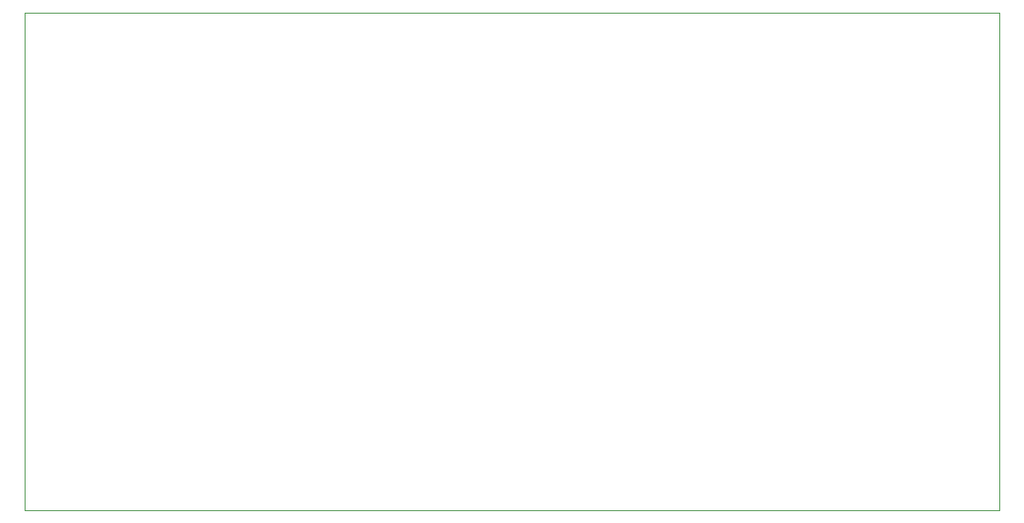
<source format=gbr>
%TF.GenerationSoftware,KiCad,Pcbnew,(5.1.10-1-10_14)*%
%TF.CreationDate,2021-11-15T09:00:54-05:00*%
%TF.ProjectId,FIFO-ram-buffer,4649464f-2d72-4616-9d2d-627566666572,rev?*%
%TF.SameCoordinates,Original*%
%TF.FileFunction,Profile,NP*%
%FSLAX46Y46*%
G04 Gerber Fmt 4.6, Leading zero omitted, Abs format (unit mm)*
G04 Created by KiCad (PCBNEW (5.1.10-1-10_14)) date 2021-11-15 09:00:54*
%MOMM*%
%LPD*%
G01*
G04 APERTURE LIST*
%TA.AperFunction,Profile*%
%ADD10C,0.050000*%
%TD*%
G04 APERTURE END LIST*
D10*
X162560000Y-100330000D02*
X118618000Y-100330000D01*
X162560000Y-149860000D02*
X162560000Y-100330000D01*
X65532000Y-149860000D02*
X162560000Y-149860000D01*
X65532000Y-100330000D02*
X65532000Y-149860000D01*
X65786000Y-100330000D02*
X65532000Y-100330000D01*
X118618000Y-100330000D02*
X65786000Y-100330000D01*
M02*

</source>
